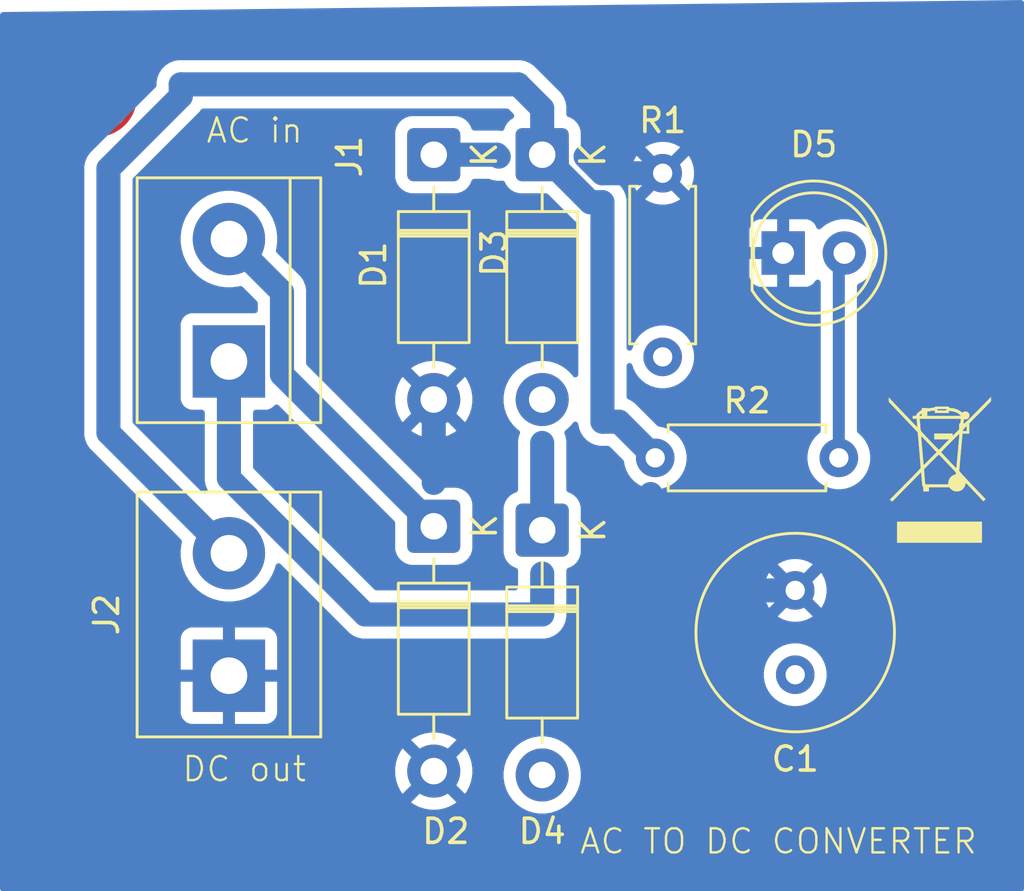
<source format=kicad_pcb>
(kicad_pcb (version 20241229) (generator "pcbnew") (generator_version "9.0")
  (title_block (title "AC TO DC CONVERTER") (date "16/7/2025") (company "DHANYA P"))
  (layers (0 "F.Cu" signal) (2 "B.Cu" signal) (13 "F.Paste" user) (15 "B.Paste" user) (5 "F.SilkS" user "F.Silkscreen") (7 "B.SilkS" user "B.Silkscreen") (1 "F.Mask" user) (3 "B.Mask" user) (25 "Edge.Cuts" user))
  (net 0 "")
  (net 1 "/+VE")
  (net 2 "GND")
  (net 3 "Net-(D1-K)")
  (net 4 "Net-(D2-K)")
  (net 5 "Net-(D5-A)")
  (footprint "Resistor_THT:R_Axial_DIN0207_L6.3mm_D2.5mm_P7.62mm_Horizontal" (layer "F.Cu") (at 147.19 88.5)
    (property "Reference" "R2" (at 3.81 -2.37 0) (layer "F.SilkS"))
    (property "Value" "2.2K")
    (fp_line (start 0.54 -1.37) (end 7.08 -1.37) (stroke (width 0.12)) (layer "F.SilkS"))
    (fp_line (start 0.54 -1.04) (end 0.54 -1.37) (stroke (width 0.12)) (layer "F.SilkS"))
    (fp_line (start 0.54 1.04) (end 0.54 1.37) (stroke (width 0.12)) (layer "F.SilkS"))
    (fp_line (start 0.54 1.37) (end 7.08 1.37) (stroke (width 0.12)) (layer "F.SilkS"))
    (fp_line (start 7.08 -1.37) (end 7.08 -1.04) (stroke (width 0.12)) (layer "F.SilkS"))
    (fp_line (start 7.08 1.37) (end 7.08 1.04) (stroke (width 0.12)) (layer "F.SilkS"))
    (pad "1" thru_hole circle (at 0 0) (size 1.6 1.6) (drill 0.8) (layers "*.Cu" "*.Mask") (net 1 "/+VE"))
    (pad "2" thru_hole circle (at 7.62 0) (size 1.6 1.6) (drill 0.8) (layers "*.Cu" "*.Mask") (net 5 "Net-(D5-A)"))
  )
  (footprint "Symbol:WEEE-Logo_4.2x6mm_SilkScreen" (layer "F.Cu") (at 159 89)
    (property "Reference" "REF**" (hide yes))
    (property "Value" "WEEE-Logo_4.2x6mm_SilkScreen" (hide yes))
    (fp_poly (pts (xy 1.747822 3.017822) (xy -1.772971 3.017822) (xy -1.772971 2.150198) (xy 1.747822 2.150198) (xy 1.747822 3.017822)) (stroke (width 0.01)) (fill yes) (layer "F.SilkS"))
    (fp_poly (pts (xy 2.12443 -2.935152) (xy 2.123811 -2.848069) (xy 1.672086 -2.389109) (xy 1.220361 -1.930148) (xy 1.220032 -1.719529) (xy 1.219703 -1.508911) (xy 0.94461 -1.508911) (xy 0.937522 -1.45547) (xy 0.934838 -1.431112) (xy 0.930313 -1.385241) (xy 0.924191 -1.320595) (xy 0.916712 -1.239909) (xy 0.908119 -1.145919) (xy 0.898654 -1.041363) (xy 0.888558 -0.928975) (xy 0.878074 -0.811493) (xy 0.867444 -0.691652) (xy 0.856909 -0.572189) (xy 0.846713 -0.455841) (xy 0.837095 -0.345343) (xy 0.8283 -0.243431) (xy 0.820568 -0.152842) (xy 0.814142 -0.076313) (xy 0.809263 -0.016579) (xy 0.806175 0.023624) (xy 0.805117 0.041559) (xy 0.805118 0.041644) (xy 0.812827 0.056035) (xy 0.835981 0.085748) (xy 0.874895 0.131131) (xy 0.929884 0.192529) (xy 1.001264 0.270288) (xy 1.089349 0.364754) (xy 1.194454 0.476272) (xy 1.316895 0.605188) (xy 1.35131 0.641287) (xy 1.897137 1.213416) (xy 1.808881 1.301436) (xy 1.737485 1.223758) (xy 1.711366 1.195686) (xy 1.670566 1.152274) (xy 1.617777 1.096366) (xy 1.555691 1.030808) (xy 1.487 0.958441) (xy 1.414396 0.882112) (xy 1.37096 0.836524) (xy 1.289416 0.751119) (xy 1.223504 0.68271) (xy 1.171544 0.630053) (xy 1.131855 0.591905) (xy 1.102757 0.56702) (xy 1.082569 0.554156) (xy 1.06961 0.552068) (xy 1.0622 0.559513) (xy 1.058658 0.575246) (xy 1.057303 0.598023) (xy 1.057121 0.604239) (xy 1.047703 0.647061) (xy 1.024497 0.698819) (xy 0.992136 0.751328) (xy 0.955252 0.796403) (xy 0.940493 0.810328) (xy 0.864767 0.859047) (xy 0.776308 0.886306) (xy 0.6981 0.892773) (xy 0.609468 0.880576) (xy 0.527612 0.844813) (xy 0.455164 0.786722) (xy 0.441797 0.772262) (xy 0.392918 0.716733) (xy -0.452674 0.716733) (xy -0.452674 0.892773) (xy -0.67901 0.892773) (xy -0.67901 0.810531) (xy -0.68185 0.754386) (xy -0.691393 0.715416) (xy -0.702991 0.694219) (xy -0.711277 0.679052) (xy -0.718373 0.657062) (xy -0.724748 0.624987) (xy -0.730872 0.579569) (xy -0.737216 0.517548) (xy -0.74425 0.435662) (xy -0.749066 0.374746) (xy -0.771161 0.089343) (xy -1.313565 0.638805) (xy -1.411637 0.738228) (xy -1.505784 0.833815) (xy -1.594285 0.92381) (xy -1.67542 1.006457) (xy -1.747469 1.080001) (xy -1.808712 1.142684) (xy -1.857427 1.192752) (xy -1.891896 1.228448) (xy -1.910379 1.247995) (xy -1.940743 1.278944) (xy -1.966071 1.30053) (xy -1.979695 1.307723) (xy -1.997095 1.299297) (xy -2.02246 1.278245) (xy -2.031058 1.269671) (xy -2.067514 1.23162) (xy -1.866802 1.027658) (xy -1.815596 0.975699) (xy -1.749569 0.90882) (xy -1.671618 0.82995) (xy -1.584638 0.742014) (xy -1.491526 0.647941) (xy -1.395179 0.550658) (xy -1.298492 0.453093) (xy -1.229134 0.383145) (xy -1.123703 0.27655) (xy -1.035129 0.186307) (xy -0.962281 0.111192) (xy -0.904023 0.049986) (xy -0.859225 0.001466) (xy -0.837021 -0.023871) (xy -0.658724 -0.023871) (xy -0.636401 0.261555) (xy -0.629669 0.345219) (xy -0.623157 0.421727) (xy -0.617234 0.487081) (xy -0.612268 0.537281) (xy -0.608629 0.568329) (xy -0.607458 0.575273) (xy -0.600838 0.603565) (xy 0.348636 0.603565) (xy 0.354974 0.524606) (xy 0.37411 0.431315) (xy 0.414154 0.348791) (xy 0.472582 0.280038) (xy 0.546871 0.228063) (xy 0.630252 0.196863) (xy 0.657302 0.182228) (xy 0.670844 0.150819) (xy 0.671128 0.149434) (xy 0.672753 0.136174) (xy 0.670744 0.122595) (xy 0.663142 0.106181) (xy 0.647984 0.084411) (xy 0.623312 0.054767) (xy 0.587164 0.014732) (xy 0.53758 -0.038215) (xy 0.472599 -0.106591) (xy 0.468401 -0.110995) (xy 0.398507 -0.184389) (xy 0.3242 -0.262563) (xy 0.250586 -0.340136) (xy 0.182771 -0.411725) (xy 0.12586 -0.471949) (xy 0.113168 -0.485413) (xy 0.064513 -0.53618) (xy 0.021291 -0.579625) (xy -0.013395 -0.612759) (xy -0.036444 -0.632595) (xy -0.044182 -0.636954) (xy -0.055722 -0.62783) (xy -0.08271 -0.6028) (xy -0.123021 -0.563948) (xy -0.174529 -0.513357) (xy -0.235109 -0.453112) (xy -0.302636 -0.385296) (xy -0.357826 -0.329435) (xy -0.658724 -0.023871) (xy -0.837021 -0.023871) (xy -0.826751 -0.035589) (xy -0.805471 -0.062401) (xy -0.794251 -0.080192) (xy -0.791754 -0.08843) (xy -0.7927 -0.10641) (xy -0.795573 -0.147108) (xy -0.800187 -0.208181) (xy -0.806358 -0.287287) (xy -0.813898 -0.382086) (xy -0.822621 -0.490233) (xy -0.832343 -0.609388) (xy -0.842876 -0.737209) (xy -0.851365 -0.839365) (xy -0.899396 -1.415326) (xy -0.775805 -1.415326) (xy -0.775273 -1.402896) (xy -0.772769 -1.36789) (xy -0.768496 -1.312785) (xy -0.762653 -1.240057) (xy -0.755443 -1.152186) (xy -0.747066 -1.051649) (xy -0.737723 -0.940923) (xy -0.728758 -0.835795) (xy -0.718602 -0.716517) (xy -0.709142 -0.60392) (xy -0.700596 -0.500695) (xy -0.693179 -0.409527) (xy -0.687108 -0.333105) (xy -0.682601 -0.274117) (xy -0.679873 -0.235251) (xy -0.679116 -0.220156) (xy -0.677935 -0.210762) (xy -0.673256 -0.207034) (xy -0.663276 -0.210529) (xy -0.64619 -0.222801) (xy -0.620196 -0.245406) (xy -0.58349 -0.2799) (xy -0.534267 -0.327838) (xy -0.470726 -0.390776) (xy -0.403305 -0.458032) (xy -0.127601 -0.733523) (xy -0.129533 -0.735594) (xy 0.05271 -0.735594) (xy 0.061016 -0.72422) (xy 0.084267 -0.697437) (xy 0.120135 -0.657708) (xy 0.166287 -0.607493) (xy 0.220394 -0.549254) (xy 0.280126 -0.485453) (xy 0.343152 -0.418551) (xy 0.407142 -0.35101) (xy 0.469764 -0.28529) (xy 0.52869 -0.223854) (xy 0.581588 -0.169163) (xy 0.626128 -0.123678) (xy 0.65998 -0.089862) (xy 0.680812 -0.070174) (xy 0.686494 -0.066163) (xy 0.688366 -0.079109) (xy 0.692254 -0.114866) (xy 0.697943 -0.171196) (xy 0.705219 -0.24586) (xy 0.713869 -0.33662) (xy 0.723678 -0.441238) (xy 0.734434 -0.557474) (xy 0.745921 -0.683092) (xy 0.755093 -0.784382) (xy 0.766826 -0.915721) (xy 0.777665 -1.039448) (xy 0.78743 -1.153319) (xy 0.795937 -1.255089) (xy 0.803005 -1.342513) (xy 0.808451 -1.413347) (xy 0.812092 -1.465347) (xy 0.813747 -1.496268) (xy 0.813558 -1.504297) (xy 0.803666 -1.497146) (xy 0.778476 -1.474159) (xy 0.74019 -1.437561) (xy 0.691011 -1.389578) (xy 0.633139 -1.332434) (xy 0.568778 -1.268353) (xy 0.500129 -1.199562) (xy 0.429395 -1.128284) (xy 0.358778 -1.056745) (xy 0.29048 -0.98717) (xy 0.226704 -0.921783) (xy 0.16965 -0.862809) (xy 0.121522 -0.812473) (xy 0.084522 -0.773001) (xy 0.060852 -0.746617) (xy 0.05271 -0.735594) (xy -0.129533 -0.735594) (xy -0.230409 -0.843705) (xy -0.282768 -0.899623) (xy -0.341535 -0.962052) (xy -0.404385 -1.028557) (xy -0.468995 -1.096702) (xy -0.533042 -1.164052) (xy -0.594203 -1.228172) (xy -0.650153 -1.286628) (xy -0.69857 -1.336982) (xy -0.73713 -1.376802) (xy -0.763509 -1.40365) (xy -0.775384 -1.415092) (xy -0.775805 -1.415326) (xy -0.899396 -1.415326) (xy -0.911401 -1.559274) (xy -1.511938 -2.190842) (xy -2.112475 -2.822411) (xy -2.112034 -2.910685) (xy -2.111592 -2.99896) (xy -2.014583 -2.895334) (xy -1.960291 -2.837537) (xy -1.896192 -2.769632) (xy -1.824016 -2.693428) (xy -1.745492 -2.610731) (xy -1.662349 -2.523347) (xy -1.576319 -2.433085) (xy -1.48913 -2.34175) (xy -1.402513 -2.251151) (xy -1.318197 -2.163093) (xy -1.237912 -2.079385) (xy -1.163387 -2.001833) (xy -1.096354 -1.932243) (xy -1.038541 -1.872424) (xy -0.991679 -1.824182) (xy -0.957496 -1.789324) (xy -0.937724 -1.769657) (xy -0.93339 -1.765884) (xy -0.933092 -1.779008) (xy -0.934731 -1.812611) (xy -0.938023 -1.86212) (xy -0.942682 -1.922963) (xy -0.944682 -1.947268) (xy -0.959577 -2.125049) (xy -0.842955 -2.125049) (xy -0.836934 -2.096757) (xy -0.833863 -2.074382) (xy -0.829548 -2.032283) (xy -0.824488 -1.975822) (xy -0.819181 -1.910365) (xy -0.817344 -1.886138) (xy -0.811927 -1.816579) (xy -0.806459 -1.751982) (xy -0.801488 -1.698452) (xy -0.797561 -1.66209) (xy -0.796675 -1.655491) (xy -0.793334 -1.641944) (xy -0.786101 -1.626086) (xy -0.77344 -1.606139) (xy -0.753811 -1.580327) (xy -0.725678 -1.546871) (xy -0.687502 -1.503993) (xy -0.637746 -1.449917) (xy -0.574871 -1.382864) (xy -0.497341 -1.301057) (xy -0.418251 -1.21805) (xy -0.339564 -1.135906) (xy -0.266112 -1.059831) (xy -0.199724 -0.991675) (xy -0.142227 -0.933288) (xy -0.095451 -0.886519) (xy -0.061224 -0.853218) (xy -0.041373 -0.835233) (xy -0.03714 -0.832558) (xy -0.026003 -0.842259) (xy 0.000029 -0.867559) (xy 0.03843 -0.905918) (xy 0.086672 -0.9548) (xy 0.14223 -1.011666) (xy 0.182408 -1.053094) (xy 0.392169 -1.27) (xy -0.226337 -1.27) (xy -0.226337 -1.508911) (xy 0.528119 -1.508911) (xy 0.528119 -1.402458) (xy 0.666435 -1.540346) (xy 0.764553 -1.63816) (xy 0.955643 -1.63816) (xy 0.957471 -1.62273) (xy 0.966723 -1.614133) (xy 0.98905 -1.610387) (xy 1.030105 -1.609511) (xy 1.037376 -1.609505) (xy 1.119109 -1.609505) (xy 1.119109 -1.828828) (xy 1.037376 -1.747821) (xy 0.99127 -1.698572) (xy 0.963694 -1.660841) (xy 0.955643 -1.63816) (xy 0.764553 -1.63816) (xy 0.804752 -1.678234) (xy 0.804752 -1.801048) (xy 0.805137 -1.85755) (xy 0.8069 -1.893495) (xy 0.81095 -1.91347) (xy 0.818199 -1.922063) (xy 0.82913 -1.923861) (xy 0.841288 -1.926502) (xy 0.850273 -1.937088) (xy 0.857174 -1.959619) (xy 0.863076 -1.998091) (xy 0.869065 -2.056502) (xy 0.870987 -2.077896) (xy 0.875148 -2.125049) (xy -0.842955 -2.125049) (xy -0.959577 -2.125049) (xy -1.119109 -2.125049) (xy -1.119109 -2.238218) (xy -1.051314 -2.238218) (xy -1.011662 -2.239304) (xy -0.990116 -2.244546) (xy -0.98748 -2.247666) (xy -0.848616 -2.247666) (xy -0.841308 -2.240538) (xy -0.815993 -2.238338) (xy -0.798908 -2.238218) (xy -0.741881 -2.238218) (xy -0.529221 -2.238218) (xy 0.885302 -2.238218) (xy 0.837458 -2.287214) (xy 0.76315 -2.347676) (xy 0.671184 -2.394309) (xy 0.560002 -2.427751) (xy 0.449529 -2.446247) (xy 0.377227 -2.454878) (xy 0.377227 -2.36396) (xy -0.201188 -2.36396) (xy -0.201188 -2.467107) (xy -0.286065 -2.458504) (xy -0.345368 -2.451244) (xy -0.408551 -2.441621) (xy -0.446386 -2.434748) (xy -0.521832 -2.419593) (xy -0.525526 -2.328905) (xy -0.529221 -2.238218) (xy -0.741881 -2.238218) (xy -0.741881 -2.288515) (xy -0.743544 -2.320024) (xy -0.747697 -2.337537) (xy -0.749371 -2.338812) (xy -0.767987 -2.330746) (xy -0.795183 -2.31118) (xy -0.822448 -2.287056) (xy -0.841267 -2.265318) (xy -0.842943 -2.262492) (xy -0.848616 -2.247666) (xy -0.98748 -2.247666) (xy -0.979662 -2.256919) (xy -0.975442 -2.270396) (xy -0.958219 -2.305373) (xy -0.925138 -2.347421) (xy -0.881893 -2.390644) (xy -0.834174 -2.429146) (xy -0.80283 -2.449199) (xy -0.767123 -2.471149) (xy -0.748819 -2.489589) (xy -0.742388 -2.511332) (xy -0.741894 -2.524282) (xy -0.741894 -2.527425) (xy -0.100594 -2.527425) (xy -0.100594 -2.464554) (xy 0.276633 -2.464554) (xy 0.276633 -2.527425) (xy -0.100594 -2.527425) (xy -0.741894 -2.527425) (xy -0.741881 -2.565148) (xy -0.636048 -2.565148) (xy -0.587355 -2.563971) (xy -0.549405 -2.560835) (xy -0.528308 -2.556329) (xy -0.526023 -2.554505) (xy -0.512641 -2.551705) (xy -0.480074 -2.552852) (xy -0.433916 -2.557607) (xy -0.402376 -2.561997) (xy -0.345188 -2.570622) (xy -0.292886 -2.578409) (xy -0.253582 -2.584153) (xy -0.242055 -2.585785) (xy -0.211937 -2.595112) (xy -0.201188 -2.609728) (xy -0.19792 -2.61568) (xy -0.18623 -2.620222) (xy -0.163288 -2.62353) (xy -0.126265 -2.625785) (xy -0.072332 -2.627166) (xy 0.00134 -2.62785) (xy 0.08802 -2.62802) (xy 0.180529 -2.627923) (xy 0.250906 -2.62747) (xy 0.302164 -2.62641) (xy 0.33732 -2.624497) (xy 0.359389 -2.621481) (xy 0.371385 -2.617115) (xy 0.376324 -2.611151) (xy 0.377227 -2.604216) (xy 0.384921 -2.582205) (xy 0.410121 -2.569679) (xy 0.456009 -2.565212) (xy 0.464264 -2.565148) (xy 0.541973 -2.557132) (xy 0.630233 -2.535064) (xy 0.721085 -2.501916) (xy 0.80657 -2.460661) (xy 0.878726 -2.414269) (xy 0.888072 -2.406918) (xy 0.918533 -2.383002) (xy 0.936572 -2.373424) (xy 0.949169 -2.37652) (xy 0.9621 -2.389296) (xy 1.000293 -2.414322) (xy 1.049998 -2.423929) (xy 1.103524 -2.418933) (xy 1.153178 -2.400149) (xy 1.191267 -2.368394) (xy 1.194025 -2.364703) (xy 1.222526 -2.305425) (xy 1.227828 -2.244066) (xy 1.210518 -2.185573) (xy 1.17118 -2.134896) (xy 1.16637 -2.130711) (xy 1.13844 -2.110833) (xy 1.110102 -2.102079) (xy 1.070263 -2.101447) (xy 1.060311 -2.102008) (xy 1.021332 -2.103438) (xy 1.001254 -2.100161) (xy 0.993985 -2.090272) (xy 0.99324 -2.081039) (xy 0.991716 -2.054256) (xy 0.987935 -2.013975) (xy 0.985218 -1.989876) (xy 0.981277 -1.951599) (xy 0.982916 -1.932004) (xy 0.992421 -1.924842) (xy 1.009351 -1.923861) (xy 1.019392 -1.927099) (xy 1.03559 -1.93758) (xy 1.059145 -1.956452) (xy 1.091257 -1.984865) (xy 1.133128 -2.023965) (xy 1.185957 -2.074903) (xy 1.250945 -2.138827) (xy 1.329291 -2.216886) (xy 1.422197 -2.310228) (xy 1.530863 -2.420002) (xy 1.583231 -2.473048) (xy 2.125049 -3.022233) (xy 2.12443 -2.935152)) (stroke (width 0.01)) (fill yes) (layer "F.SilkS"))
  )
  (footprint "Resistor_THT:R_Axial_DIN0207_L6.3mm_D2.5mm_P7.62mm_Horizontal" (layer "F.Cu") (at 147.5 84.31 90)
    (property "Reference" "R1" (at 9.81 0 180) (layer "F.SilkS"))
    (property "Value" "10K")
    (fp_line (start 7.08 -1.37) (end 7.08 -1.04) (stroke (width 0.12)) (layer "F.SilkS"))
    (fp_line (start 0.54 -1.37) (end 7.08 -1.37) (stroke (width 0.12)) (layer "F.SilkS"))
    (fp_line (start 0.54 -1.04) (end 0.54 -1.37) (stroke (width 0.12)) (layer "F.SilkS"))
    (fp_line (start 0.54 1.04) (end 0.54 1.37) (stroke (width 0.12)) (layer "F.SilkS"))
    (fp_line (start 7.08 1.37) (end 7.08 1.04) (stroke (width 0.12)) (layer "F.SilkS"))
    (fp_line (start 0.54 1.37) (end 7.08 1.37) (stroke (width 0.12)) (layer "F.SilkS"))
    (pad "1" thru_hole circle (at 0 0 90) (size 1.6 1.6) (drill 0.8) (layers "*.Cu" "*.Mask") (net 1 "/+VE"))
    (pad "2" thru_hole circle (at 7.62 0 90) (size 1.6 1.6) (drill 0.8) (layers "*.Cu" "*.Mask") (net 2 "GND"))
  )
  (footprint "Capacitor_THT:C_Radial_D8.0mm_H11.5mm_P3.50mm" (layer "F.Cu") (at 153 97.5 90)
    (property "Reference" "C1" (at -3.5 0 180) (layer "F.SilkS"))
    (property "Value" "1000uF")
    (fp_circle (center 1.75 0) (end 5.87 0) (stroke (width 0.12)) (fill no) (layer "F.SilkS"))
    (pad "1" thru_hole circle (at 0 0 90) (size 1.6 1.6) (drill 0.8) (layers "*.Cu" "*.Mask") (net 1 "/+VE"))
    (pad "2" thru_hole circle (at 3.5 0 90) (size 1.6 1.6) (drill 0.8) (layers "*.Cu" "*.Mask") (net 2 "GND"))
  )
  (footprint "LED_THT:LED_D5.0mm" (layer "F.Cu") (at 152.5 80)
    (property "Reference" "D5" (at 1.27 -4.5 0) (layer "F.SilkS"))
    (property "Value" "LED")
    (fp_line (start -1.29 -1.545) (end -1.29 1.545) (stroke (width 0.12)) (layer "F.SilkS"))
    (fp_arc (start -1.29 -1.54483) (mid 2.071779 -2.880495) (end 4.26 0) (stroke (width 0.12)) (layer "F.SilkS"))
    (fp_arc (start 4.26 0) (mid 2.071779 2.880495) (end -1.29 1.54483) (stroke (width 0.12)) (layer "F.SilkS"))
    (fp_circle (center 1.27 0) (end 3.77 0) (stroke (width 0.12)) (fill no) (layer "F.SilkS"))
    (pad "1" thru_hole rect (at 0 0) (size 1.8 1.8) (drill 0.9) (layers "*.Cu" "*.Mask") (net 2 "GND"))
    (pad "2" thru_hole circle (at 2.54 0) (size 1.8 1.8) (drill 0.9) (layers "*.Cu" "*.Mask") (net 5 "Net-(D5-A)"))
  )
  (footprint "Diode_THT:D_DO-41_SOD81_P10.16mm_Horizontal" (layer "F.Cu") (at 142.5 75.92 -90)
    (property "Reference" "D3" (at 4.08 2 90) (layer "F.SilkS"))
    (property "Value" "1N4007")
    (fp_line (start 1.34 0) (end 2.36 0) (stroke (width 0.12)) (layer "F.SilkS"))
    (fp_line (start 8.82 0) (end 7.8 0) (stroke (width 0.12)) (layer "F.SilkS"))
    (fp_line (start 3.14 -1.47) (end 3.14 1.47) (stroke (width 0.12)) (layer "F.SilkS"))
    (fp_line (start 3.26 -1.47) (end 3.26 1.47) (stroke (width 0.12)) (layer "F.SilkS"))
    (fp_line (start 3.38 -1.47) (end 3.38 1.47) (stroke (width 0.12)) (layer "F.SilkS"))
    (fp_rect (start 2.36 -1.47) (end 7.8 1.47) (stroke (width 0.12)) (fill no) (layer "F.SilkS"))
    (fp_text user "K" (at 0 -2.1 90) (layer "F.SilkS"))
    (pad "1" thru_hole roundrect (at 0 0 270) (size 2.2 2.2) (drill 1.1) (layers "*.Cu" "*.Mask") (roundrect_rratio 0.113636) (net 1 "/+VE"))
    (pad "2" thru_hole circle (at 10.16 0 270) (size 2.2 2.2) (drill 1.1) (layers "*.Cu" "*.Mask") (net 3 "Net-(D1-K)"))
  )
  (footprint "TerminalBlock:TerminalBlock_bornier-2_P5.08mm" (layer "F.Cu") (at 129.5 97.54 90)
    (property "Reference" "J2" (at 2.54 -5.08 90) (layer "F.SilkS"))
    (property "Value" "Screw_Terminal_01x02")
    (fp_line (start 7.62 -3.81) (end -2.54 -3.81) (stroke (width 0.12)) (layer "F.SilkS"))
    (fp_line (start -2.54 -3.81) (end -2.54 3.81) (stroke (width 0.12)) (layer "F.SilkS"))
    (fp_line (start 7.62 2.54) (end -2.54 2.54) (stroke (width 0.12)) (layer "F.SilkS"))
    (fp_line (start 7.62 3.81) (end 7.62 -3.81) (stroke (width 0.12)) (layer "F.SilkS"))
    (fp_line (start -2.54 3.81) (end 7.62 3.81) (stroke (width 0.12)) (layer "F.SilkS"))
    (pad "1" thru_hole rect (at 0 0 90) (size 3 3) (drill 1.52) (layers "*.Cu" "*.Mask") (net 2 "GND"))
    (pad "2" thru_hole circle (at 5.08 0 90) (size 3 3) (drill 1.52) (layers "*.Cu" "*.Mask") (net 1 "/+VE"))
  )
  (footprint "TerminalBlock:TerminalBlock_bornier-2_P5.08mm" (layer "F.Cu") (at 129.5 84.5 90)
    (property "Reference" "J1" (at 8.5 5 90) (layer "F.SilkS"))
    (property "Value" "Screw_Terminal_01x02")
    (fp_line (start 7.62 -3.81) (end -2.54 -3.81) (stroke (width 0.12)) (layer "F.SilkS"))
    (fp_line (start -2.54 -3.81) (end -2.54 3.81) (stroke (width 0.12)) (layer "F.SilkS"))
    (fp_line (start 7.62 2.54) (end -2.54 2.54) (stroke (width 0.12)) (layer "F.SilkS"))
    (fp_line (start 7.62 3.81) (end 7.62 -3.81) (stroke (width 0.12)) (layer "F.SilkS"))
    (fp_line (start -2.54 3.81) (end 7.62 3.81) (stroke (width 0.12)) (layer "F.SilkS"))
    (pad "1" thru_hole rect (at 0 0 90) (size 3 3) (drill 1.52) (layers "*.Cu" "*.Mask") (net 3 "Net-(D1-K)"))
    (pad "2" thru_hole circle (at 5.08 0 90) (size 3 3) (drill 1.52) (layers "*.Cu" "*.Mask") (net 4 "Net-(D2-K)"))
  )
  (footprint "Diode_THT:D_DO-41_SOD81_P10.16mm_Horizontal" (layer "F.Cu") (at 138 91.34 -90)
    (property "Reference" "D2" (at 12.66 -0.5 180) (layer "F.SilkS"))
    (property "Value" "1N4007")
    (fp_line (start 1.34 0) (end 2.36 0) (stroke (width 0.12)) (layer "F.SilkS"))
    (fp_line (start 8.82 0) (end 7.8 0) (stroke (width 0.12)) (layer "F.SilkS"))
    (fp_line (start 3.14 -1.47) (end 3.14 1.47) (stroke (width 0.12)) (layer "F.SilkS"))
    (fp_line (start 3.26 -1.47) (end 3.26 1.47) (stroke (width 0.12)) (layer "F.SilkS"))
    (fp_line (start 3.38 -1.47) (end 3.38 1.47) (stroke (width 0.12)) (layer "F.SilkS"))
    (fp_rect (start 2.36 -1.47) (end 7.8 1.47) (stroke (width 0.12)) (fill no) (layer "F.SilkS"))
    (fp_text user "K" (at 0 -2.1 90) (layer "F.SilkS"))
    (pad "1" thru_hole roundrect (at 0 0 270) (size 2.2 2.2) (drill 1.1) (layers "*.Cu" "*.Mask") (roundrect_rratio 0.113636) (net 4 "Net-(D2-K)"))
    (pad "2" thru_hole circle (at 10.16 0 270) (size 2.2 2.2) (drill 1.1) (layers "*.Cu" "*.Mask") (net 2 "GND"))
  )
  (footprint "Diode_THT:D_DO-41_SOD81_P10.16mm_Horizontal" (layer "F.Cu") (at 138 75.92 -90)
    (property "Reference" "D1" (at 4.58 2.5 90) (layer "F.SilkS"))
    (property "Value" "1N4007")
    (fp_line (start 1.34 0) (end 2.36 0) (stroke (width 0.12)) (layer "F.SilkS"))
    (fp_line (start 8.82 0) (end 7.8 0) (stroke (width 0.12)) (layer "F.SilkS"))
    (fp_line (start 3.14 -1.47) (end 3.14 1.47) (stroke (width 0.12)) (layer "F.SilkS"))
    (fp_line (start 3.26 -1.47) (end 3.26 1.47) (stroke (width 0.12)) (layer "F.SilkS"))
    (fp_line (start 3.38 -1.47) (end 3.38 1.47) (stroke (width 0.12)) (layer "F.SilkS"))
    (fp_rect (start 2.36 -1.47) (end 7.8 1.47) (stroke (width 0.12)) (fill no) (layer "F.SilkS"))
    (fp_text user "K" (at 0 -2.1 90) (layer "F.SilkS"))
    (pad "1" thru_hole roundrect (at 0 0 270) (size 2.2 2.2) (drill 1.1) (layers "*.Cu" "*.Mask") (roundrect_rratio 0.113636) (net 3 "Net-(D1-K)"))
    (pad "2" thru_hole circle (at 10.16 0 270) (size 2.2 2.2) (drill 1.1) (layers "*.Cu" "*.Mask") (net 2 "GND"))
  )
  (footprint "Diode_THT:D_DO-41_SOD81_P10.16mm_Horizontal" (layer "F.Cu") (at 142.5 91.5 -90)
    (property "Reference" "D4" (at 12.5 0 180) (layer "F.SilkS"))
    (property "Value" "1N4007")
    (fp_line (start 1.34 0) (end 2.36 0) (stroke (width 0.12)) (layer "F.SilkS"))
    (fp_line (start 8.82 0) (end 7.8 0) (stroke (width 0.12)) (layer "F.SilkS"))
    (fp_line (start 3.14 -1.47) (end 3.14 1.47) (stroke (width 0.12)) (layer "F.SilkS"))
    (fp_line (start 3.26 -1.47) (end 3.26 1.47) (stroke (width 0.12)) (layer "F.SilkS"))
    (fp_line (start 3.38 -1.47) (end 3.38 1.47) (stroke (width 0.12)) (layer "F.SilkS"))
    (fp_rect (start 2.36 -1.47) (end 7.8 1.47) (stroke (width 0.12)) (fill no) (layer "F.SilkS"))
    (fp_text user "K" (at 0 -2.1 90) (layer "F.SilkS"))
    (pad "1" thru_hole roundrect (at 0 0 270) (size 2.2 2.2) (drill 1.1) (layers "*.Cu" "*.Mask") (roundrect_rratio 0.113636) (net 1 "/+VE"))
    (pad "2" thru_hole circle (at 10.16 0 270) (size 2.2 2.2) (drill 1.1) (layers "*.Cu" "*.Mask") (net 4 "Net-(D2-K)"))
  )
  (gr_circle (center 124 103) (end 124.5 104.5) (stroke (width 0.2)) (fill no) (layer "F.Cu"))
  (gr_circle (center 124 73.5) (end 124.5 75) (stroke (width 0.2)) (fill no) (layer "F.Cu"))
  (gr_circle (center 158.5 73.5) (end 159 75) (stroke (width 0.2)) (fill no) (layer "F.Cu"))
  (gr_rect (start 121 71) (end 161.5 105.5) (stroke (width 0.2)) (fill no) (layer "F.Cu"))
  (gr_circle (center 158.5 101.5) (end 159 103) (stroke (width 0.2)) (fill no) (layer "F.Cu"))
  (gr_text "AC TO DC CONVERTER" (at 144 105 0) (layer "F.SilkS") (effects (font (size 1 1) (thickness 0.1)) (justify left bottom)))
  (gr_text "DC out" (at 127.5 102 0) (layer "F.SilkS") (effects (font (size 1 1) (thickness 0.1)) (justify left bottom)))
  (gr_text "AC in" (at 128.5 75.5 0) (layer "F.SilkS") (effects (font (size 1 1) (thickness 0.1)) (justify left bottom)))
  (segment (start 124.5 76.5) (end 124.5 87.46) (width 1) (layer "B.Cu") (net 1))
  (segment (start 145 79) (end 145 77.890999) (width 1) (layer "B.Cu") (net 1))
  (segment (start 127.5 73) (end 127.5 73.5) (width 1) (layer "B.Cu") (net 1))
  (segment (start 145 77.890999) (end 144.493529 77.890999) (width 1) (layer "B.Cu") (net 1))
  (segment (start 142.5 74) (end 141.5 73) (width 1) (layer "B.Cu") (net 1))
  (segment (start 143.100001 76.497471) (end 143.100001 75.502529) (width 1) (layer "B.Cu") (net 1))
  (segment (start 147.19 88.5) (end 145.69 87) (width 1) (layer "B.Cu") (net 1))
  (segment (start 127.5 73.5) (end 124.5 76.5) (width 1) (layer "B.Cu") (net 1))
  (segment (start 145 87) (end 145 79) (width 1) (layer "B.Cu") (net 1))
  (segment (start 142.5 91.5) (end 142.5 87.881) (width 1) (layer "B.Cu") (net 1))
  (segment (start 142.5 75.92) (end 142.5 74) (width 1) (layer "B.Cu") (net 1))
  (segment (start 124.5 87.46) (end 129.5 92.46) (width 1) (layer "B.Cu") (net 1))
  (segment (start 144.493529 77.890999) (end 143.100001 76.497471) (width 1) (layer "B.Cu") (net 1))
  (segment (start 141.5 73) (end 127.5 73) (width 1) (layer "B.Cu") (net 1))
  (segment (start 145.69 87) (end 145 87) (width 1) (layer "B.Cu") (net 1))
  (segment (start 138 86.08) (end 138 89.539) (width 1) (layer "B.Cu") (net 2))
  (segment (start 147.5 76.69) (end 144.991 76.69) (width 1) (layer "B.Cu") (net 2))
  (segment (start 144.991 76.69) (end 144.301 76) (width 1) (layer "B.Cu") (net 2))
  (segment (start 147 94) (end 147 90.001) (width 1) (layer "B.Cu") (net 2))
  (segment (start 153 94) (end 147 94) (width 1) (layer "B.Cu") (net 2))
  (segment (start 129.5 89.347315) (end 135.152685 95) (width 1) (layer "B.Cu") (net 3))
  (segment (start 142.5 95) (end 142.5 93.301) (width 1) (layer "B.Cu") (net 3))
  (segment (start 135.152685 95) (end 142.5 95) (width 1) (layer "B.Cu") (net 3))
  (segment (start 129.5 84.5) (end 129.5 89.347315) (width 1) (layer "B.Cu") (net 3))
  (segment (start 140.619 75.92) (end 140.699 76) (width 1) (layer "B.Cu") (net 3))
  (segment (start 138 75.92) (end 140.619 75.92) (width 1) (layer "B.Cu") (net 3))
  (segment (start 131.701 81.621) (end 131.701 85.041) (width 1) (layer "B.Cu") (net 4))
  (segment (start 131.701 85.041) (end 138 91.34) (width 1) (layer "B.Cu") (net 4))
  (segment (start 129.5 79.42) (end 131.701 81.621) (width 1) (layer "B.Cu") (net 4))
  (segment (start 154.81 80.23) (end 155.04 80) (width 0.5) (layer "B.Cu") (net 5))
  (segment (start 154.81 88.5) (end 154.81 80.23) (width 0.5) (layer "B.Cu") (net 5))
  (zone (net 2) (net_name "GND") (layer "B.Cu") (connect_pads (clearance 0.5)) (min_thickness 0.25) (fill yes (thermal_gap 0.5) (thermal_bridge_width 0.5))
    (polygon (pts (xy 162.5 69.5) (xy 162.5 106.5) (xy 120 106.5) (xy 120 70)))
  )
)
</source>
